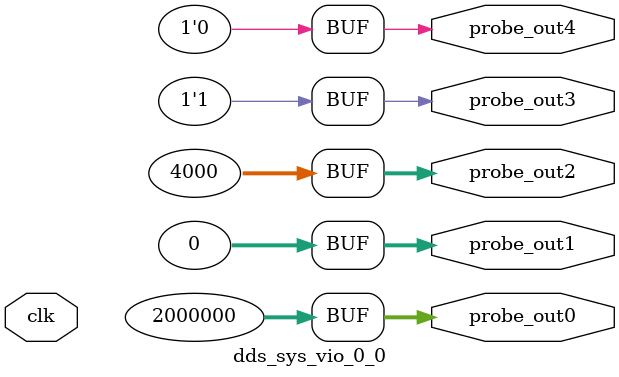
<source format=v>
`timescale 1ns / 1ps
module dds_sys_vio_0_0 (
clk,

probe_out0,
probe_out1,
probe_out2,
probe_out3,
probe_out4
);

input clk;

output reg [31 : 0] probe_out0 = 'h001E8480 ;
output reg [31 : 0] probe_out1 = 'h00000000 ;
output reg [31 : 0] probe_out2 = 'h00000FA0 ;
output reg [0 : 0] probe_out3 = 'h1 ;
output reg [0 : 0] probe_out4 = 'h0 ;


endmodule

</source>
